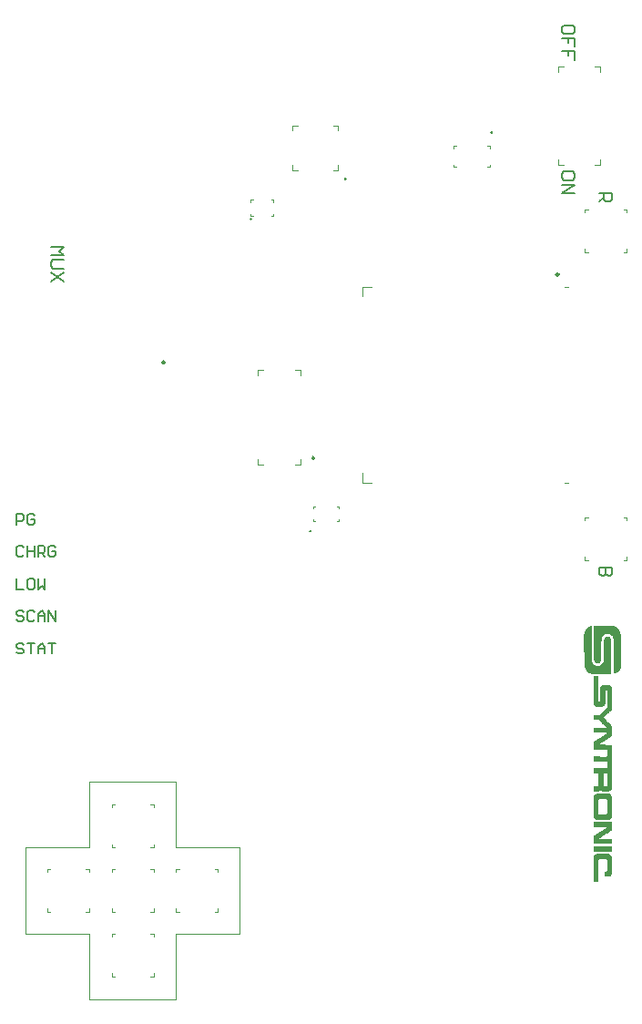
<source format=gto>
G04*
G04 #@! TF.GenerationSoftware,Altium Limited,Altium Designer,22.10.1 (41)*
G04*
G04 Layer_Color=65535*
%FSLAX44Y44*%
%MOMM*%
G71*
G04*
G04 #@! TF.SameCoordinates,A44A1546-0101-49FE-9D39-825E196A96A3*
G04*
G04*
G04 #@! TF.FilePolarity,Positive*
G04*
G01*
G75*
%ADD10C,0.2540*%
%ADD11C,0.1000*%
%ADD12C,0.2000*%
G36*
X569310Y144478D02*
X569290Y146927D01*
X569330Y147087D01*
X569430Y147226D01*
X569529Y147325D01*
X569808Y147365D01*
X570306Y147425D01*
X570465Y147465D01*
X570784Y147664D01*
X570844Y147724D01*
X570923Y147764D01*
X571102Y148062D01*
X571162Y148361D01*
X571202Y148680D01*
X571222Y157860D01*
X571182Y157980D01*
X571082Y158398D01*
X571023Y158538D01*
X570943Y158617D01*
X570903Y158697D01*
X570744Y158816D01*
X570704Y158896D01*
X570644Y158956D01*
X570565Y158996D01*
X570206Y159155D01*
X569987Y159215D01*
X569788Y159255D01*
X564471Y159274D01*
X564351Y159235D01*
X564132Y159175D01*
X563933Y159095D01*
X563615Y158896D01*
X563455Y158737D01*
X563136Y158060D01*
X563097Y157781D01*
X563057Y138384D01*
X562878Y138205D01*
X562479Y138165D01*
X562320Y138205D01*
X562201Y138165D01*
X558656Y138205D01*
X558476Y138344D01*
X558397Y138742D01*
X558437Y138862D01*
X558457Y158796D01*
X558437Y159016D01*
X558476Y159135D01*
X558516Y160170D01*
X558556Y160290D01*
X558616Y160708D01*
X558656Y160868D01*
X558755Y161206D01*
X558795Y161365D01*
X558935Y161744D01*
X559114Y162043D01*
X559233Y162321D01*
X559353Y162521D01*
X559532Y162740D01*
X560010Y163218D01*
X560090Y163257D01*
X560607Y163616D01*
X561205Y163855D01*
X561683Y163934D01*
X562081Y163974D01*
X562718Y164014D01*
X572875Y163974D01*
X572994Y163934D01*
X573194Y163855D01*
X573950Y163456D01*
X574169Y163277D01*
X574229Y163218D01*
X574309Y163178D01*
X574667Y162819D01*
X574747Y162779D01*
X574846Y162640D01*
X575105Y162262D01*
X575285Y161963D01*
X575563Y161365D01*
X575643Y161087D01*
X575723Y160768D01*
X575782Y160509D01*
X575822Y160350D01*
X575862Y160111D01*
X575902Y159434D01*
X575922Y146190D01*
X575882Y146071D01*
X575822Y145732D01*
X575703Y145254D01*
X575643Y145035D01*
X575245Y144279D01*
X575065Y144059D01*
X574926Y143920D01*
X574886Y143841D01*
X574428Y143382D01*
X574348Y143343D01*
X574269Y143263D01*
X574189Y143223D01*
X574030Y143064D01*
X573751Y142944D01*
X573233Y142785D01*
X572954Y142745D01*
X572795Y142705D01*
X569529Y142745D01*
X569350Y142924D01*
X569310Y143084D01*
X569270Y143363D01*
X569310Y143641D01*
Y144438D01*
Y144478D01*
D02*
G37*
G36*
X572277Y166205D02*
X558656Y166245D01*
X558476Y166384D01*
X558437Y166663D01*
X558476Y170765D01*
X558616Y170905D01*
X559014Y170944D01*
X575703Y170905D01*
X575882Y170765D01*
X575922Y170606D01*
X575882Y166424D01*
X575703Y166245D01*
X575304Y166205D01*
X572317D01*
X572277D01*
D02*
G37*
G36*
X568613Y177835D02*
X575364Y177855D01*
X575683Y177815D01*
X575882Y177696D01*
X575922Y177536D01*
X575882Y173394D01*
X575782Y173255D01*
X575504Y173175D01*
X558616Y173215D01*
X558476Y173354D01*
X558437Y173633D01*
X558476Y180364D01*
X558815Y180703D01*
X559253Y180942D01*
X559333Y181021D01*
X559412Y181061D01*
X559651Y181220D01*
X559930Y181380D01*
X560010Y181459D01*
X560090Y181499D01*
X560468Y181758D01*
X560528Y181818D01*
X560607Y181858D01*
X561125Y182136D01*
X561245Y182256D01*
X561324Y182296D01*
X561603Y182455D01*
X561683Y182535D01*
X561762Y182575D01*
X562001Y182734D01*
X562280Y182893D01*
X562439Y183053D01*
X562957Y183331D01*
X563037Y183411D01*
X563117Y183451D01*
X563495Y183710D01*
X563555Y183769D01*
X563993Y184009D01*
X564072Y184088D01*
X564152Y184128D01*
X564551Y184367D01*
X564949Y184646D01*
X565228Y184805D01*
X565347Y184925D01*
X565785Y185164D01*
X565865Y185243D01*
X565945Y185283D01*
X566184Y185442D01*
X566462Y185602D01*
X566542Y185681D01*
X566622Y185721D01*
X567000Y185980D01*
X567299Y186159D01*
X567578Y186319D01*
X567657Y186398D01*
X567737Y186438D01*
X567817Y186518D01*
X568095Y186677D01*
X568374Y186876D01*
X568733Y187075D01*
X568892Y187235D01*
X569171Y187354D01*
X569250Y187394D01*
X569768Y187752D01*
X569848Y187792D01*
X570246Y188071D01*
X570605Y188270D01*
X570684Y188350D01*
X570764Y188390D01*
X571043Y188549D01*
X571142Y188649D01*
X571102Y188808D01*
X571043Y188868D01*
X570883Y188908D01*
X558795Y188888D01*
X558636Y188927D01*
X558496Y189027D01*
X558437Y189246D01*
X558476Y193388D01*
X558576Y193528D01*
X558855Y193607D01*
X575703Y193568D01*
X575882Y193428D01*
X575922Y193269D01*
X575962Y193030D01*
X575922Y192910D01*
X575942Y186398D01*
X575862Y186199D01*
X575543Y185881D01*
X575464Y185841D01*
X575085Y185582D01*
X574647Y185303D01*
X574508Y185203D01*
X574269Y185044D01*
X573990Y184885D01*
X573711Y184686D01*
X573433Y184526D01*
X573353Y184447D01*
X573273Y184407D01*
X572954Y184208D01*
X572875Y184168D01*
X572795Y184088D01*
X572715Y184048D01*
X572636Y183969D01*
X572198Y183730D01*
X571401Y183172D01*
X571043Y182973D01*
X570923Y182854D01*
X570565Y182654D01*
X570485Y182575D01*
X570405Y182535D01*
X570166Y182376D01*
X569967Y182256D01*
X569748Y182077D01*
X569211Y181778D01*
X569131Y181698D01*
X569051Y181659D01*
X568673Y181400D01*
X568235Y181121D01*
X567996Y180961D01*
X567936Y180902D01*
X567578Y180703D01*
X567179Y180424D01*
X567100Y180384D01*
X566701Y180105D01*
X566423Y179946D01*
X566343Y179866D01*
X566263Y179826D01*
X566064Y179707D01*
X565785Y179548D01*
X565666Y179428D01*
X565586Y179388D01*
X565208Y179129D01*
X564969Y178970D01*
X564730Y178851D01*
X564491Y178691D01*
X564391Y178592D01*
X563953Y178353D01*
X563654Y178054D01*
X563694Y177934D01*
X563754Y177875D01*
X564033Y177835D01*
X565028Y177875D01*
X565148Y177835D01*
X568573D01*
X568613D01*
D02*
G37*
G36*
X575882Y198965D02*
X575802Y198765D01*
X575683Y198287D01*
X575623Y198068D01*
X575543Y197869D01*
X575404Y197650D01*
X575205Y197292D01*
X575026Y197073D01*
X574926Y196973D01*
X574886Y196893D01*
X574627Y196635D01*
X574548Y196595D01*
X574309Y196435D01*
X574229Y196395D01*
X573950Y196196D01*
X573671Y196077D01*
X573154Y195838D01*
X572895Y195778D01*
X572357Y195718D01*
X572198Y195679D01*
X570644D01*
X570605D01*
X561603Y195718D01*
X561484Y195758D01*
X561105Y195818D01*
X560448Y196117D01*
X560169Y196276D01*
X559950Y196455D01*
X559711Y196614D01*
X559273Y197053D01*
X559034Y197491D01*
X558954Y197570D01*
X558835Y197849D01*
X558676Y198248D01*
X558516Y198885D01*
X558476Y199164D01*
X558516Y216808D01*
X558556Y216928D01*
X558596Y217087D01*
X558656Y217306D01*
X558735Y217505D01*
X558895Y217943D01*
X559054Y218182D01*
X559353Y218680D01*
X559691Y219019D01*
X559771Y219058D01*
X559851Y219138D01*
X559930Y219178D01*
X560129Y219377D01*
X560966Y219775D01*
X561245Y219815D01*
X561404Y219855D01*
X561782Y219915D01*
X561982Y219955D01*
X569888Y219974D01*
X570007Y219935D01*
X572636Y219895D01*
X572755Y219855D01*
X573174Y219795D01*
X573373Y219755D01*
X573612Y219636D01*
X573910Y219457D01*
X574030Y219417D01*
X574408Y219158D01*
X574468Y219098D01*
X574548Y219058D01*
X574767Y218879D01*
X574846Y218800D01*
X574886Y218720D01*
X575085Y218521D01*
X575125Y218441D01*
X575205Y218361D01*
X575643Y217445D01*
X575743Y216987D01*
X575782Y216828D01*
X575882Y216569D01*
X575922Y216171D01*
X575882Y198965D01*
D02*
G37*
G36*
X575922Y264723D02*
X575902Y260362D01*
X575922Y227283D01*
X575882Y227164D01*
X575842Y225690D01*
X575802Y225571D01*
X575743Y225192D01*
X575623Y224475D01*
X575583Y224316D01*
X575504Y224117D01*
X575125Y223420D01*
X574846Y223141D01*
X574807Y223061D01*
X574707Y222962D01*
X574269Y222723D01*
X574189Y222643D01*
X574110Y222603D01*
X573552Y222364D01*
X573194Y222205D01*
X572935Y222145D01*
X572457Y222066D01*
X572257Y222026D01*
X572098Y221986D01*
X571899Y221946D01*
X571740Y221906D01*
X571501Y221866D01*
X571063Y221827D01*
X570226Y221787D01*
X569091Y221767D01*
X568972Y221807D01*
X568095Y221847D01*
X567976Y221886D01*
X567717Y221946D01*
X567458Y222046D01*
X566801Y222185D01*
X566602Y222265D01*
X566363Y222424D01*
X566164Y222504D01*
X566024Y222563D01*
X565745Y222763D01*
X565666Y222842D01*
X565586Y222882D01*
X565407Y223022D01*
X565367Y223101D01*
X565228Y223241D01*
X565068Y223280D01*
X564869Y223161D01*
X564471Y222763D01*
X564391Y222723D01*
X564272Y222603D01*
X564192Y222563D01*
X563834Y222364D01*
X563316Y222125D01*
X562977Y222066D01*
X562738Y222026D01*
X562579Y221986D01*
X562380Y221946D01*
X562220Y221906D01*
X561902Y221866D01*
X559691Y221847D01*
X559572Y221886D01*
X558835Y221866D01*
X558636Y221906D01*
X558476Y222066D01*
X558437Y222344D01*
X558476Y226407D01*
X558616Y226586D01*
X558775Y226626D01*
X562001Y226666D01*
X562121Y226706D01*
X562519Y226745D01*
X562798Y226945D01*
X562878Y227024D01*
X562937Y227044D01*
X562977Y227124D01*
X563097Y227403D01*
X563136Y227682D01*
X563176Y228319D01*
X563157Y237938D01*
X563176Y238236D01*
X563017Y238515D01*
X562838Y238575D01*
X562559Y238615D01*
X562400Y238575D01*
X558656Y238615D01*
X558476Y238754D01*
X558437Y239033D01*
X558476Y243175D01*
X558656Y243354D01*
X558935Y243394D01*
X570863Y243374D01*
X571003Y243434D01*
X571142Y243534D01*
X571222Y243813D01*
X571182Y249389D01*
X571003Y249608D01*
X570724Y249648D01*
X570266Y249628D01*
X559054Y249648D01*
X558935Y249608D01*
X558636Y249667D01*
X558496Y249767D01*
X558437Y249986D01*
X558476Y254168D01*
X558576Y254268D01*
X558855Y254347D01*
X559193Y254328D01*
X559452Y254347D01*
X559572Y254308D01*
X559731Y254347D01*
X570824Y254328D01*
X570983Y254367D01*
X571142Y254527D01*
X571222Y254845D01*
X571182Y260382D01*
X571043Y260561D01*
X570724Y260640D01*
X570445Y260601D01*
X565526Y260620D01*
X565267Y260601D01*
X565148Y260640D01*
X558616Y260680D01*
X558476Y260820D01*
X558437Y260979D01*
X558476Y267790D01*
X558616Y267969D01*
X558696Y268009D01*
X559213Y268367D01*
X559492Y268527D01*
X559890Y268806D01*
X559970Y268845D01*
X560368Y269124D01*
X560647Y269284D01*
X560926Y269483D01*
X561205Y269642D01*
X561484Y269841D01*
X561563Y269881D01*
X562081Y270239D01*
X562439Y270438D01*
X562559Y270558D01*
X562639Y270598D01*
X562997Y270797D01*
X563395Y271076D01*
X563475Y271116D01*
X563694Y271295D01*
X563873Y271394D01*
X564311Y271633D01*
X564431Y271753D01*
X564511Y271793D01*
X565447Y272410D01*
X565506Y272470D01*
X565945Y272709D01*
X566223Y272908D01*
X566502Y273067D01*
X566622Y273187D01*
X566701Y273227D01*
X567139Y273465D01*
X567259Y273585D01*
X567338Y273625D01*
X567617Y273784D01*
X568135Y274143D01*
X568334Y274262D01*
X568613Y274461D01*
X568892Y274621D01*
X569171Y274820D01*
X569529Y275019D01*
X569609Y275099D01*
X569688Y275138D01*
X569967Y275338D01*
X570047Y275377D01*
X570326Y275576D01*
X570764Y275816D01*
X570883Y275935D01*
X570963Y275975D01*
X571182Y276154D01*
X571142Y276313D01*
X570963Y276373D01*
X570704Y276393D01*
X558696Y276373D01*
X558496Y276493D01*
X558437Y276672D01*
X558476Y280854D01*
X558536Y280954D01*
X558735Y281033D01*
X570505Y281013D01*
X570664Y281053D01*
X570744Y281133D01*
X570704Y281372D01*
X570625Y281451D01*
X570585Y281531D01*
X570445Y281670D01*
X570366Y281710D01*
X569430Y282646D01*
X569390Y282726D01*
X569290Y282826D01*
X569211Y282865D01*
X568713Y283363D01*
X568673Y283443D01*
X568494Y283622D01*
X568434Y283642D01*
X568394Y283722D01*
X568016Y284100D01*
X567936Y284140D01*
X567677Y284399D01*
X567637Y284478D01*
X566821Y285295D01*
X566741Y285335D01*
X566562Y285514D01*
X566522Y285594D01*
X565287Y286828D01*
X565247Y286908D01*
X565028Y287127D01*
X564949Y287167D01*
X564491Y287625D01*
X564451Y287705D01*
X564351Y287804D01*
X564272Y287844D01*
X564132Y287983D01*
X564112Y288043D01*
X564033Y288083D01*
X563953Y288163D01*
X563634Y288242D01*
X558616Y288282D01*
X558476Y288421D01*
X558437Y288820D01*
X558476Y288979D01*
X558437Y289218D01*
X558476Y289338D01*
X558437Y289736D01*
X558457Y291867D01*
X558437Y292006D01*
X558476Y292126D01*
X558437Y292524D01*
X558476Y292644D01*
X558516Y292723D01*
X558616Y292823D01*
X558775Y292862D01*
X560368D01*
X560408D01*
X563794Y292902D01*
X564152Y293181D01*
X565367Y294396D01*
X565407Y294476D01*
X565626Y294695D01*
X565705Y294734D01*
X565805Y294834D01*
X565845Y294914D01*
X566104Y295173D01*
X566184Y295212D01*
X566283Y295352D01*
X566343Y295412D01*
X566403Y295431D01*
X566442Y295511D01*
X567020Y296089D01*
X567080Y296109D01*
X567119Y296188D01*
X570744Y299813D01*
X570784Y299892D01*
X571142Y300251D01*
X571222Y300569D01*
X571182Y315506D01*
X570983Y315864D01*
X570923Y315924D01*
X570844Y315964D01*
X570485Y316123D01*
X570087Y316083D01*
X569629Y315745D01*
X569549Y315545D01*
X569509Y315386D01*
X569469Y314868D01*
X569430Y303158D01*
X569390Y303039D01*
X569350Y302880D01*
X569191Y302481D01*
X568992Y302123D01*
X568832Y301964D01*
X568792Y301884D01*
X568613Y301665D01*
X568394Y301486D01*
X568294Y301386D01*
X568215Y301346D01*
X567936Y301187D01*
X567657Y300988D01*
X567458Y300908D01*
X567199Y300848D01*
X566880Y300729D01*
X566622Y300629D01*
X566363Y300569D01*
X566124Y300530D01*
X565586Y300470D01*
X565307Y300430D01*
X564551Y300390D01*
X564033Y300350D01*
X563017Y300410D01*
X562579Y300450D01*
X562220Y300490D01*
X561703Y300569D01*
X561503Y300609D01*
X561185Y300729D01*
X560926Y300828D01*
X560767Y300868D01*
X560388Y301008D01*
X560328Y301067D01*
X560249Y301107D01*
X560010Y301266D01*
X559930Y301306D01*
X559572Y301585D01*
X559353Y301764D01*
X559233Y301884D01*
X559193Y301964D01*
X558994Y302163D01*
X558954Y302242D01*
X558795Y302481D01*
X558696Y302740D01*
X558596Y302959D01*
X558516Y303238D01*
X558476Y303397D01*
X558437Y304035D01*
X558476Y328809D01*
X558616Y328988D01*
X558775Y329028D01*
X562878Y328988D01*
X563017Y328848D01*
X563057Y328689D01*
X563097Y328410D01*
X563057Y328131D01*
X563097Y305867D01*
X563256Y305588D01*
X563435Y305369D01*
X563595Y305210D01*
X563873Y305170D01*
X564311Y305210D01*
X564531Y305389D01*
X564730Y305668D01*
X564790Y305887D01*
X564829Y317995D01*
X564909Y318393D01*
X564949Y318552D01*
X565068Y318871D01*
X565168Y318971D01*
X565367Y319329D01*
X565546Y319548D01*
X565626Y319588D01*
X565945Y319907D01*
X566024Y319947D01*
X566462Y320186D01*
X566542Y320265D01*
X566821Y320385D01*
X567697Y320663D01*
X567856Y320703D01*
X568334Y320783D01*
X568733Y320823D01*
X569250Y320863D01*
X569649Y320902D01*
X571561Y320863D01*
X571680Y320823D01*
X572317Y320783D01*
X572437Y320743D01*
X572775Y320683D01*
X572935Y320644D01*
X573492Y320444D01*
X573652Y320405D01*
X574030Y320225D01*
X574269Y320066D01*
X574707Y319827D01*
X575065Y319469D01*
X575125Y319449D01*
X575165Y319369D01*
X575245Y319289D01*
X575285Y319210D01*
X575364Y319130D01*
X575404Y319050D01*
X575603Y318772D01*
X575842Y317975D01*
X575882Y317816D01*
X575922Y317417D01*
X575882Y298459D01*
X575504Y297961D01*
X575424Y297881D01*
X575344Y297841D01*
X574886Y297383D01*
X574846Y297304D01*
X573691Y296148D01*
X573652Y296069D01*
X573552Y295969D01*
X573472Y295929D01*
X573333Y295790D01*
X573293Y295710D01*
X573194Y295611D01*
X573114Y295571D01*
X572895Y295352D01*
X572855Y295272D01*
X572357Y294774D01*
X572277Y294734D01*
X571859Y294316D01*
X571819Y294237D01*
X570625Y293042D01*
X570585Y292962D01*
X570445Y292823D01*
X570366Y292783D01*
X570306Y292723D01*
X570266Y292644D01*
X570127Y292504D01*
X570047Y292464D01*
X569828Y292245D01*
X569788Y292166D01*
X569728Y292106D01*
X569649Y292066D01*
X569549Y291966D01*
X569509Y291887D01*
X569290Y291668D01*
X569230Y291648D01*
X569191Y291568D01*
X568972Y291349D01*
X568892Y291309D01*
X568753Y291170D01*
X568713Y291090D01*
X568394Y290772D01*
X568314Y290493D01*
X568394Y290294D01*
X568573Y290114D01*
X568653Y290075D01*
X568753Y289975D01*
X568792Y289895D01*
X569290Y289397D01*
X569370Y289357D01*
X569549Y289178D01*
X569589Y289099D01*
X569728Y288959D01*
X569808Y288919D01*
X570007Y288680D01*
X570405Y288282D01*
X570485Y288242D01*
X570664Y288063D01*
X570704Y287983D01*
X571521Y287167D01*
X571600Y287127D01*
X571859Y286868D01*
X571899Y286789D01*
X572357Y286331D01*
X572437Y286291D01*
X572616Y286111D01*
X572656Y286032D01*
X572715Y285972D01*
X572795Y285932D01*
X572935Y285793D01*
X572974Y285713D01*
X573512Y285175D01*
X573592Y285136D01*
X573731Y284996D01*
X573771Y284916D01*
X573910Y284777D01*
X573990Y284737D01*
X574050Y284678D01*
X574090Y284598D01*
X574627Y284060D01*
X574707Y284020D01*
X574926Y283801D01*
X574966Y283722D01*
X575762Y282925D01*
X575802Y282845D01*
X575882Y282766D01*
X575922Y282606D01*
X575942Y280914D01*
X575902Y273744D01*
X575822Y273545D01*
X575703Y273426D01*
X575623Y273386D01*
X575344Y273227D01*
X575225Y273107D01*
X575145Y273067D01*
X574906Y272908D01*
X574827Y272868D01*
X574707Y272749D01*
X574627Y272709D01*
X574189Y272470D01*
X574030Y272311D01*
X573950Y272271D01*
X573671Y272111D01*
X573592Y272032D01*
X573512Y271992D01*
X573273Y271833D01*
X573074Y271713D01*
X572954Y271594D01*
X572875Y271554D01*
X572437Y271315D01*
X572357Y271235D01*
X572277Y271195D01*
X572038Y271036D01*
X571839Y270917D01*
X571720Y270797D01*
X571282Y270558D01*
X571202Y270478D01*
X571122Y270438D01*
X571043Y270359D01*
X570605Y270120D01*
X570485Y270000D01*
X570405Y269960D01*
X570127Y269801D01*
X569728Y269522D01*
X569529Y269403D01*
X569250Y269204D01*
X568892Y269005D01*
X568812Y268925D01*
X568733Y268885D01*
X568653Y268806D01*
X568374Y268646D01*
X568255Y268527D01*
X567737Y268248D01*
X567518Y268069D01*
X567119Y267830D01*
X566880Y267670D01*
X566562Y267471D01*
X566462Y267372D01*
X566383Y267332D01*
X565945Y267093D01*
X565726Y266914D01*
X565387Y266695D01*
X565108Y266495D01*
X564829Y266336D01*
X564431Y266057D01*
X564152Y265898D01*
X563714Y265659D01*
X563654Y265599D01*
X563634Y265500D01*
X563714Y265380D01*
X563873Y265340D01*
X564351Y265301D01*
X564471Y265340D01*
X575743Y265301D01*
X575922Y265161D01*
X575962Y264882D01*
X575922Y264723D01*
D02*
G37*
G36*
X572238Y375867D02*
X577176Y375827D01*
X577296Y375788D01*
X577615Y375748D01*
X577734Y375708D01*
X578252Y375509D01*
X578451Y375429D01*
X578610Y375389D01*
X579128Y375110D01*
X579407Y374951D01*
X579686Y374752D01*
X580044Y374553D01*
X580283Y374314D01*
X580363Y374274D01*
X580482Y374155D01*
X580562Y374115D01*
X581199Y373477D01*
X581279Y373438D01*
X581339Y373378D01*
X581378Y373298D01*
X581657Y372940D01*
X581777Y372820D01*
X581817Y372741D01*
X581976Y372581D01*
X582016Y372502D01*
X582095Y372422D01*
X582135Y372342D01*
X582394Y371964D01*
X582494Y371785D01*
X582533Y371705D01*
X582693Y371426D01*
X582852Y371187D01*
X582932Y370988D01*
X583211Y370391D01*
X583470Y369654D01*
X583649Y369236D01*
X583689Y368957D01*
X583728Y368797D01*
X583888Y368280D01*
X583967Y367961D01*
X584027Y367622D01*
X584067Y367383D01*
X584186Y366587D01*
X584226Y366388D01*
X584266Y366228D01*
X584306Y365989D01*
X584346Y365671D01*
X584386Y365272D01*
X584425Y364516D01*
X584465Y362883D01*
X584505Y354957D01*
X584525Y341514D01*
X584485Y341395D01*
X584445Y338647D01*
X584406Y338527D01*
X584366Y337969D01*
X584326Y337850D01*
X584266Y337631D01*
X584206Y337452D01*
X584087Y336974D01*
X584027Y336755D01*
X583987Y336595D01*
X583828Y336197D01*
X583728Y335978D01*
X583629Y335719D01*
X583470Y335480D01*
X583290Y335181D01*
X583250Y335022D01*
X582872Y334524D01*
X582772Y334385D01*
X582653Y334265D01*
X582613Y334186D01*
X582334Y333827D01*
X582135Y333628D01*
X582095Y333548D01*
X581996Y333449D01*
X581916Y333409D01*
X581837Y333329D01*
X581757Y333289D01*
X581558Y333090D01*
X581478Y333050D01*
X581398Y332971D01*
X581319Y332931D01*
X581159Y332772D01*
X581080Y332732D01*
X580482Y332413D01*
X580283Y332294D01*
X580084Y332214D01*
X579706Y332075D01*
X579208Y331856D01*
X578989Y331796D01*
X578531Y331617D01*
X578212Y331537D01*
X577754Y331437D01*
X577376Y331418D01*
X577236Y331517D01*
X577196Y331676D01*
Y344701D01*
Y344740D01*
X577156Y363938D01*
X577117Y364058D01*
X577057Y364356D01*
X576977Y364675D01*
X576878Y364934D01*
X576698Y365432D01*
X576479Y365850D01*
X576280Y366208D01*
X576121Y366368D01*
X575922Y366726D01*
X575304Y367344D01*
X575225Y367383D01*
X574866Y367662D01*
X574787Y367742D01*
X574348Y367981D01*
X574070Y368140D01*
X573572Y368320D01*
X573353Y368419D01*
X573074Y368499D01*
X572915Y368539D01*
X572357Y368618D01*
X571441Y368658D01*
X571321Y368618D01*
X570644Y368578D01*
X570525Y368539D01*
X570107Y368439D01*
X569907Y368359D01*
X569688Y368260D01*
X569191Y368080D01*
X568972Y367941D01*
X568474Y367603D01*
X568334Y367463D01*
X568255Y367423D01*
X568175Y367344D01*
X568095Y367304D01*
X567637Y366846D01*
X567597Y366766D01*
X567418Y366547D01*
X567119Y366129D01*
X567080Y366049D01*
X566920Y365810D01*
X566801Y365531D01*
X566602Y365173D01*
X566522Y364974D01*
X566482Y364814D01*
X566403Y364536D01*
X566203Y363898D01*
X566164Y363739D01*
X566124Y363460D01*
X566084Y363301D01*
X566044Y362783D01*
X566004Y362146D01*
X565964Y361628D01*
X565984Y361210D01*
X565945Y359179D01*
X565905Y356590D01*
X565865Y354757D01*
X565825Y351890D01*
X565785Y348863D01*
X565745Y344482D01*
X565705Y343964D01*
X565666Y343725D01*
X565626Y343565D01*
X565506Y343247D01*
X565287Y342789D01*
X565247Y342709D01*
X565068Y342490D01*
X564969Y342351D01*
X564750Y342132D01*
X564670Y342092D01*
X564391Y341813D01*
X563555Y341415D01*
X563276Y341335D01*
X562878Y341216D01*
X562718Y341176D01*
X562320Y341136D01*
X561762Y341176D01*
X561364Y341335D01*
X561145Y341395D01*
X560846Y341534D01*
X560209Y342012D01*
X559990Y342231D01*
X559950Y342311D01*
X559771Y342530D01*
X559472Y343028D01*
X559432Y343107D01*
X559313Y343386D01*
X559273Y343545D01*
X559213Y343804D01*
X559154Y344342D01*
X559114Y344501D01*
X559054Y345199D01*
X559014Y345756D01*
X558994Y374971D01*
X559034Y375090D01*
X558994Y375489D01*
X559034Y375688D01*
X559174Y375827D01*
X559452Y375867D01*
X572118Y375907D01*
X572238Y375867D01*
D02*
G37*
G36*
X556903Y375788D02*
X557043Y375648D01*
X557062Y375429D01*
X557043Y343824D01*
X557082Y343705D01*
X557142Y343247D01*
X557262Y342769D01*
X557301Y342530D01*
X557381Y342211D01*
X557600Y341793D01*
X557700Y341534D01*
X557780Y341335D01*
X557839Y341275D01*
X557879Y341196D01*
X557959Y341116D01*
X558237Y340598D01*
X558437Y340399D01*
X558476Y340319D01*
X558636Y340160D01*
X558676Y340080D01*
X558815Y339941D01*
X558895Y339901D01*
X558974Y339822D01*
X559054Y339782D01*
X559373Y339463D01*
X559452Y339423D01*
X559731Y339224D01*
X560169Y339025D01*
X560687Y338786D01*
X561245Y338706D01*
X561404Y338666D01*
X561882Y338587D01*
X562519Y338547D01*
X563097Y338607D01*
X563495Y338686D01*
X563734Y338726D01*
X563933Y338766D01*
X564092Y338806D01*
X564292Y338885D01*
X564590Y339065D01*
X564849Y339164D01*
X565247Y339403D01*
X565307Y339463D01*
X565506Y339582D01*
X565726Y339762D01*
X565865Y339901D01*
X565945Y339941D01*
X566024Y340021D01*
X566084Y340041D01*
X566124Y340120D01*
X566223Y340220D01*
X566303Y340260D01*
X566403Y340359D01*
X566442Y340439D01*
X566622Y340658D01*
X566681Y340718D01*
X566721Y340797D01*
X566801Y340877D01*
X566841Y340957D01*
X567119Y341355D01*
X567159Y341435D01*
X567319Y341793D01*
X567359Y341873D01*
X567558Y342191D01*
X567697Y342849D01*
X567876Y343426D01*
X567916Y343585D01*
X567996Y344143D01*
X568036Y344541D01*
X568075Y349361D01*
X568115Y350476D01*
X568155Y353543D01*
X568195Y353662D01*
X568235Y357088D01*
X568274Y357207D01*
X568255Y357585D01*
X568294Y359179D01*
X568334Y362365D01*
X568374Y362883D01*
X568454Y363361D01*
X568613Y363799D01*
X568792Y364217D01*
X568952Y364496D01*
X569330Y364994D01*
X569410Y365073D01*
X569489Y365113D01*
X569768Y365392D01*
X569848Y365432D01*
X570166Y365631D01*
X570605Y365830D01*
X571242Y365989D01*
X571521Y366029D01*
X572238Y365989D01*
X572357Y365950D01*
X572616Y365890D01*
X572775Y365850D01*
X572974Y365770D01*
X573114Y365671D01*
X573472Y365472D01*
X573691Y365292D01*
X573871Y365113D01*
X573950Y365073D01*
X574129Y364894D01*
X574169Y364814D01*
X574348Y364595D01*
X574408Y364536D01*
X574448Y364456D01*
X574607Y364177D01*
X574767Y363938D01*
X574846Y363739D01*
X574926Y363460D01*
X575065Y363082D01*
X575165Y362823D01*
X575205Y362664D01*
X575245Y362146D01*
X575285Y361867D01*
X575265Y341096D01*
X575285Y340957D01*
X575245Y340837D01*
X575205Y331437D01*
X575065Y331298D01*
X574906Y331258D01*
X570824Y331278D01*
X570764Y331258D01*
X570644Y331298D01*
X570127Y331258D01*
X570007Y331298D01*
X556585Y331338D01*
X556465Y331378D01*
X556047Y331437D01*
X555848Y331477D01*
X555688Y331517D01*
X555489Y331557D01*
X555330Y331597D01*
X554673Y331895D01*
X553956Y332294D01*
X553737Y332473D01*
X553637Y332573D01*
X553358Y332732D01*
X553040Y333050D01*
X552960Y333090D01*
X552821Y333230D01*
X552781Y333309D01*
X552661Y333429D01*
X552622Y333508D01*
X552462Y333668D01*
X552422Y333747D01*
X552343Y333827D01*
X552303Y333907D01*
X552223Y333987D01*
X552183Y334066D01*
X552104Y334146D01*
X552064Y334225D01*
X551825Y334664D01*
X551626Y334942D01*
X551586Y335102D01*
X551466Y335381D01*
X551427Y335460D01*
X551227Y335779D01*
X551048Y336277D01*
X550869Y336695D01*
X550710Y337332D01*
X550511Y337850D01*
X550471Y338009D01*
X550431Y338288D01*
X550391Y338447D01*
X550331Y338746D01*
X550252Y339065D01*
X550212Y339264D01*
X550172Y339582D01*
X550132Y339941D01*
X550092Y340339D01*
X550052Y340897D01*
X550013Y341375D01*
X549993Y341634D01*
Y341674D01*
X549953Y342789D01*
X549913Y344860D01*
X549953Y348484D01*
X549913Y351591D01*
X549873Y351711D01*
X549833Y367523D01*
X549873Y367642D01*
X550052Y368778D01*
X550132Y369176D01*
X550212Y369495D01*
X550291Y369694D01*
X550391Y369953D01*
X550451Y370211D01*
X550531Y370410D01*
X550710Y370749D01*
X550889Y371247D01*
X550949Y371386D01*
X551188Y371785D01*
X551347Y372063D01*
X551427Y372143D01*
X551466Y372223D01*
X551666Y372581D01*
X551865Y372780D01*
X551905Y372860D01*
X552104Y373139D01*
X552144Y373218D01*
X552303Y373378D01*
X552343Y373457D01*
X552442Y373557D01*
X552522Y373597D01*
X552622Y373697D01*
X552661Y373776D01*
X553119Y374234D01*
X553199Y374274D01*
X553319Y374394D01*
X553398Y374433D01*
X553558Y374593D01*
X553916Y374792D01*
X553996Y374871D01*
X554075Y374911D01*
X554593Y375190D01*
X555031Y375389D01*
X555589Y375549D01*
X555788Y375628D01*
X556186Y375748D01*
X556346Y375788D01*
X556624Y375827D01*
X556903Y375788D01*
D02*
G37*
%LPC*%
G36*
X571222Y213462D02*
X571182Y213582D01*
X571122Y213960D01*
X571082Y214159D01*
X571003Y214359D01*
X570943Y214418D01*
X570903Y214498D01*
X570784Y214618D01*
X570744Y214697D01*
X570644Y214837D01*
X570565Y214876D01*
X570485Y214956D01*
X570405Y214996D01*
X570326Y215075D01*
X570246Y215115D01*
X569967Y215235D01*
X569808Y215275D01*
X569529Y215315D01*
X564391Y215275D01*
X564192Y215195D01*
X564112Y215155D01*
X563615Y214777D01*
X563535Y214697D01*
X563495Y214618D01*
X563176Y213940D01*
X563097Y213622D01*
X563057Y212985D01*
Y205417D01*
X563097Y201832D01*
X563136Y201713D01*
X563236Y201454D01*
X563575Y200837D01*
X563634Y200777D01*
X563714Y200737D01*
X564072Y200538D01*
X564431Y200378D01*
X564710Y200339D01*
X569848Y200378D01*
X570684Y200816D01*
X570784Y200956D01*
X570963Y201175D01*
X571023Y201235D01*
X571102Y201514D01*
X571142Y201673D01*
X571202Y201932D01*
X571222Y213462D01*
D02*
G37*
G36*
Y228040D02*
X571182Y238396D01*
X571122Y238495D01*
X571043Y238535D01*
X570844Y238615D01*
X568135Y238575D01*
X567916Y238396D01*
X567876Y237997D01*
X567916Y237878D01*
X567876Y237719D01*
X567896Y228100D01*
X567876Y227801D01*
X567916Y227682D01*
X567956Y227443D01*
X568115Y227164D01*
X568215Y227064D01*
X568414Y226945D01*
X568693Y226785D01*
X569011Y226706D01*
X569768Y226666D01*
X569927Y226706D01*
X570246Y226745D01*
X570286D01*
X570485Y226785D01*
X570764Y226985D01*
X570844Y227024D01*
X571063Y227204D01*
X571142Y227482D01*
X571182Y227642D01*
X571222Y228040D01*
D02*
G37*
%LPD*%
D10*
X526118Y702500D02*
G03*
X526118Y702500I-1118J0D01*
G01*
X328000Y791250D02*
G03*
X328000Y791250I-500J0D01*
G01*
X299000Y531750D02*
G03*
X299000Y531750I-1000J0D01*
G01*
X295500Y464000D02*
G03*
X295500Y464000I-500J0D01*
G01*
X463760Y834500D02*
G03*
X463760Y834500I-10J0D01*
G01*
X240060Y753900D02*
G03*
X240060Y753900I-10J0D01*
G01*
X159750Y620750D02*
G03*
X159750Y620750I-1000J0D01*
G01*
D11*
X89500Y29000D02*
X170500D01*
Y90000D01*
X89500Y231000D02*
X170500D01*
X229500Y90000D02*
Y170000D01*
X30500Y170000D02*
X89500D01*
X30500Y90000D02*
Y170000D01*
Y90000D02*
X89500D01*
Y29000D02*
Y90000D01*
X170500D02*
X229500D01*
X170500Y170000D02*
X229500D01*
X170500D02*
Y231000D01*
X89500Y170000D02*
Y231000D01*
X532000Y509000D02*
X535500D01*
X344000Y691000D02*
X352000D01*
X344000Y682000D02*
Y691000D01*
X343850Y509000D02*
X351850D01*
X343850D02*
Y518000D01*
X532000Y691000D02*
X535500D01*
X316250Y841000D02*
X321250D01*
Y836000D02*
Y841000D01*
X316250Y799000D02*
X321250D01*
Y804000D01*
X278750Y799000D02*
X283750D01*
X278750D02*
Y804000D01*
Y841000D02*
X283750D01*
X278750Y836000D02*
Y841000D01*
X246250Y525345D02*
X251250D01*
X246250D02*
Y530345D01*
Y613845D02*
X251250D01*
X246250Y608845D02*
Y613845D01*
X281250Y525345D02*
X286250D01*
Y530345D01*
X281250Y613845D02*
X286250D01*
Y608845D02*
Y613845D01*
X322000Y473000D02*
Y475000D01*
X320000Y473000D02*
X322000D01*
X298000D02*
Y475000D01*
Y473000D02*
X300000D01*
X298000Y485000D02*
Y487000D01*
X300000D01*
X322000Y485000D02*
Y487000D01*
X320000D02*
X322000D01*
X428800Y819550D02*
Y821650D01*
X430900D01*
X428800Y802350D02*
Y804450D01*
Y802350D02*
X430900D01*
X462200D02*
Y804450D01*
X460100Y802350D02*
X462200D01*
Y819550D02*
Y821650D01*
X460100D02*
X462200D01*
X239900Y769650D02*
Y771750D01*
X242000D01*
X261100Y769650D02*
Y771750D01*
X259000D02*
X261100D01*
Y756550D02*
Y758650D01*
X259000Y756550D02*
X261100D01*
X239900D02*
Y758650D01*
Y756550D02*
X242000D01*
X525500Y896000D02*
X530500D01*
X525500Y891000D02*
Y896000D01*
Y804000D02*
X530500D01*
X525500D02*
Y809000D01*
X559500Y896000D02*
X564500D01*
Y891000D02*
Y896000D01*
X559500Y804000D02*
X564500D01*
Y809000D01*
X586500Y723000D02*
X589500D01*
Y726000D01*
X586500Y763000D02*
X589500D01*
Y760000D02*
Y763000D01*
X550500Y723000D02*
X553500D01*
X550500D02*
Y726000D01*
Y763000D02*
X553500D01*
X550500Y760000D02*
Y763000D01*
X586500Y437000D02*
X589500D01*
Y440000D01*
X586500Y477000D02*
X589500D01*
Y474000D02*
Y477000D01*
X550500Y437000D02*
X553500D01*
X550500D02*
Y440000D01*
Y477000D02*
X553500D01*
X550500Y474000D02*
Y477000D01*
X86500Y110000D02*
X89500D01*
Y113000D01*
X86500Y150000D02*
X89500D01*
Y147000D02*
Y150000D01*
X50500Y110000D02*
X53500D01*
X50500D02*
Y113000D01*
Y150000D02*
X53500D01*
X50500Y147000D02*
Y150000D01*
X206500Y110000D02*
X209500D01*
Y113000D01*
X206500Y150000D02*
X209500D01*
Y147000D02*
Y150000D01*
X170500Y110000D02*
X173500D01*
X170500D02*
Y113000D01*
Y150000D02*
X173500D01*
X170500Y147000D02*
Y150000D01*
X146500Y110000D02*
X149500D01*
Y113000D01*
X146500Y150000D02*
X149500D01*
Y147000D02*
Y150000D01*
X110500Y110000D02*
X113500D01*
X110500D02*
Y113000D01*
Y150000D02*
X113500D01*
X110500Y147000D02*
Y150000D01*
X146500Y170000D02*
X149500D01*
Y173000D01*
X146500Y210000D02*
X149500D01*
Y207000D02*
Y210000D01*
X110500Y170000D02*
X113500D01*
X110500D02*
Y173000D01*
Y210000D02*
X113500D01*
X110500Y207000D02*
Y210000D01*
X146500Y50000D02*
X149500D01*
Y53000D01*
X146500Y90000D02*
X149500D01*
Y87000D02*
Y90000D01*
X110500Y50000D02*
X113500D01*
X110500D02*
Y53000D01*
Y90000D02*
X113500D01*
X110500Y87000D02*
Y90000D01*
D12*
X575998Y430000D02*
X564002D01*
Y424002D01*
X566001Y422003D01*
X568001D01*
X570000Y424002D01*
Y430000D01*
Y424002D01*
X571999Y422003D01*
X573999D01*
X575998Y424002D01*
Y430000D01*
X28665Y358332D02*
X26998Y359998D01*
X23666D01*
X22000Y358332D01*
Y356666D01*
X23666Y355000D01*
X26998D01*
X28665Y353334D01*
Y351668D01*
X26998Y350002D01*
X23666D01*
X22000Y351668D01*
X31997Y359998D02*
X38661D01*
X35329D01*
Y350002D01*
X41994D02*
Y356666D01*
X45326Y359998D01*
X48658Y356666D01*
Y350002D01*
Y355000D01*
X41994D01*
X51990Y359998D02*
X58655D01*
X55323D01*
Y350002D01*
X28665Y388332D02*
X26998Y389998D01*
X23666D01*
X22000Y388332D01*
Y386666D01*
X23666Y385000D01*
X26998D01*
X28665Y383334D01*
Y381668D01*
X26998Y380002D01*
X23666D01*
X22000Y381668D01*
X38661Y388332D02*
X36995Y389998D01*
X33663D01*
X31997Y388332D01*
Y381668D01*
X33663Y380002D01*
X36995D01*
X38661Y381668D01*
X41994Y380002D02*
Y386666D01*
X45326Y389998D01*
X48658Y386666D01*
Y380002D01*
Y385000D01*
X41994D01*
X51990Y380002D02*
Y389998D01*
X58655Y380002D01*
Y389998D01*
X22000Y419998D02*
Y410002D01*
X28665D01*
X36995Y419998D02*
X33663D01*
X31997Y418332D01*
Y411668D01*
X33663Y410002D01*
X36995D01*
X38661Y411668D01*
Y418332D01*
X36995Y419998D01*
X41994D02*
Y410002D01*
X45326Y413334D01*
X48658Y410002D01*
Y419998D01*
X28665Y448332D02*
X26998Y449998D01*
X23666D01*
X22000Y448332D01*
Y441668D01*
X23666Y440002D01*
X26998D01*
X28665Y441668D01*
X31997Y449998D02*
Y440002D01*
Y445000D01*
X38661D01*
Y449998D01*
Y440002D01*
X41994D02*
Y449998D01*
X46992D01*
X48658Y448332D01*
Y445000D01*
X46992Y443334D01*
X41994D01*
X45326D02*
X48658Y440002D01*
X58655Y448332D02*
X56989Y449998D01*
X53657D01*
X51990Y448332D01*
Y441668D01*
X53657Y440002D01*
X56989D01*
X58655Y441668D01*
Y445000D01*
X55323D01*
X22000Y470002D02*
Y479998D01*
X26998D01*
X28665Y478332D01*
Y475000D01*
X26998Y473334D01*
X22000D01*
X38661Y478332D02*
X36995Y479998D01*
X33663D01*
X31997Y478332D01*
Y471668D01*
X33663Y470002D01*
X36995D01*
X38661Y471668D01*
Y475000D01*
X35329D01*
X54002Y727995D02*
X65998D01*
X61999Y723996D01*
X65998Y719997D01*
X54002D01*
X65998Y715999D02*
X56001D01*
X54002Y713999D01*
Y710001D01*
X56001Y708001D01*
X65998D01*
Y704003D02*
X54002Y696005D01*
X65998D02*
X54002Y704003D01*
X564002Y777997D02*
X575998D01*
Y771999D01*
X573999Y770000D01*
X570000D01*
X568001Y771999D01*
Y777997D01*
Y773999D02*
X564002Y770000D01*
X540998Y792002D02*
Y796001D01*
X538999Y798000D01*
X531001D01*
X529002Y796001D01*
Y792002D01*
X531001Y790003D01*
X538999D01*
X540998Y792002D01*
X529002Y786004D02*
X540998D01*
X529002Y778006D01*
X540998D01*
X540998Y927992D02*
Y931990D01*
X538999Y933990D01*
X531001D01*
X529002Y931990D01*
Y927992D01*
X531001Y925992D01*
X538999D01*
X540998Y927992D01*
Y913996D02*
Y921993D01*
X535000D01*
Y917995D01*
Y921993D01*
X529002D01*
X540998Y902000D02*
Y909997D01*
X535000D01*
Y905999D01*
Y909997D01*
X529002D01*
M02*

</source>
